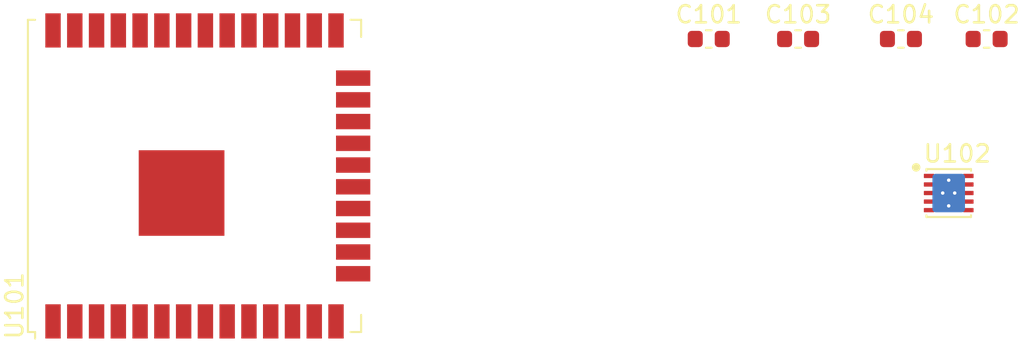
<source format=kicad_pcb>
(kicad_pcb (version 20171130) (host pcbnew "(5.1.4)-1")

  (general
    (thickness 1.6)
    (drawings 0)
    (tracks 0)
    (zones 0)
    (modules 6)
    (nets 44)
  )

  (page A4)
  (layers
    (0 F.Cu signal)
    (31 B.Cu signal)
    (32 B.Adhes user)
    (33 F.Adhes user)
    (34 B.Paste user)
    (35 F.Paste user)
    (36 B.SilkS user)
    (37 F.SilkS user)
    (38 B.Mask user)
    (39 F.Mask user)
    (40 Dwgs.User user)
    (41 Cmts.User user)
    (42 Eco1.User user)
    (43 Eco2.User user)
    (44 Edge.Cuts user)
    (45 Margin user)
    (46 B.CrtYd user)
    (47 F.CrtYd user)
    (48 B.Fab user)
    (49 F.Fab user)
  )

  (setup
    (last_trace_width 0.25)
    (trace_clearance 0.2)
    (zone_clearance 0.508)
    (zone_45_only no)
    (trace_min 0.2)
    (via_size 0.8)
    (via_drill 0.4)
    (via_min_size 0.4)
    (via_min_drill 0.3)
    (uvia_size 0.3)
    (uvia_drill 0.1)
    (uvias_allowed no)
    (uvia_min_size 0.2)
    (uvia_min_drill 0.1)
    (edge_width 0.05)
    (segment_width 0.2)
    (pcb_text_width 0.3)
    (pcb_text_size 1.5 1.5)
    (mod_edge_width 0.12)
    (mod_text_size 1 1)
    (mod_text_width 0.15)
    (pad_size 1.524 1.524)
    (pad_drill 0.762)
    (pad_to_mask_clearance 0.051)
    (solder_mask_min_width 0.25)
    (aux_axis_origin 0 0)
    (visible_elements 7FFFF7FF)
    (pcbplotparams
      (layerselection 0x010fc_ffffffff)
      (usegerberextensions false)
      (usegerberattributes false)
      (usegerberadvancedattributes false)
      (creategerberjobfile false)
      (excludeedgelayer true)
      (linewidth 0.100000)
      (plotframeref false)
      (viasonmask false)
      (mode 1)
      (useauxorigin false)
      (hpglpennumber 1)
      (hpglpenspeed 20)
      (hpglpendiameter 15.000000)
      (psnegative false)
      (psa4output false)
      (plotreference true)
      (plotvalue true)
      (plotinvisibletext false)
      (padsonsilk false)
      (subtractmaskfromsilk false)
      (outputformat 1)
      (mirror false)
      (drillshape 1)
      (scaleselection 1)
      (outputdirectory ""))
  )

  (net 0 "")
  (net 1 "Net-(U101-Pad1)")
  (net 2 "Net-(U101-Pad2)")
  (net 3 "Net-(U101-Pad3)")
  (net 4 "Net-(U101-Pad4)")
  (net 5 "Net-(U101-Pad5)")
  (net 6 "Net-(U101-Pad6)")
  (net 7 "Net-(U101-Pad7)")
  (net 8 "Net-(U101-Pad8)")
  (net 9 "Net-(U101-Pad9)")
  (net 10 "Net-(U101-Pad10)")
  (net 11 "Net-(U101-Pad11)")
  (net 12 "Net-(U101-Pad12)")
  (net 13 "Net-(U101-Pad13)")
  (net 14 "Net-(U101-Pad14)")
  (net 15 "Net-(U101-Pad16)")
  (net 16 "Net-(U101-Pad17)")
  (net 17 "Net-(U101-Pad18)")
  (net 18 "Net-(U101-Pad19)")
  (net 19 "Net-(U101-Pad20)")
  (net 20 "Net-(U101-Pad21)")
  (net 21 "Net-(U101-Pad22)")
  (net 22 "Net-(U101-Pad23)")
  (net 23 "Net-(U101-Pad24)")
  (net 24 "Net-(U101-Pad25)")
  (net 25 "Net-(U101-Pad26)")
  (net 26 "Net-(U101-Pad27)")
  (net 27 "Net-(U101-Pad28)")
  (net 28 "Net-(U101-Pad29)")
  (net 29 "Net-(U101-Pad30)")
  (net 30 "Net-(U101-Pad31)")
  (net 31 "Net-(U101-Pad32)")
  (net 32 "Net-(U101-Pad33)")
  (net 33 "Net-(U101-Pad34)")
  (net 34 "Net-(U101-Pad35)")
  (net 35 "Net-(U101-Pad36)")
  (net 36 "Net-(U101-Pad37)")
  (net 37 "Net-(U102-Pad11)")
  (net 38 "Net-(C101-Pad1)")
  (net 39 GND)
  (net 40 "Net-(C102-Pad1)")
  (net 41 "Net-(C103-Pad1)")
  (net 42 "Net-(L101-Pad1)")
  (net 43 "Net-(L101-Pad2)")

  (net_class Default "Dies ist die voreingestellte Netzklasse."
    (clearance 0.2)
    (trace_width 0.25)
    (via_dia 0.8)
    (via_drill 0.4)
    (uvia_dia 0.3)
    (uvia_drill 0.1)
    (add_net GND)
    (add_net "Net-(C101-Pad1)")
    (add_net "Net-(C102-Pad1)")
    (add_net "Net-(C103-Pad1)")
    (add_net "Net-(L101-Pad1)")
    (add_net "Net-(L101-Pad2)")
    (add_net "Net-(U101-Pad1)")
    (add_net "Net-(U101-Pad10)")
    (add_net "Net-(U101-Pad11)")
    (add_net "Net-(U101-Pad12)")
    (add_net "Net-(U101-Pad13)")
    (add_net "Net-(U101-Pad14)")
    (add_net "Net-(U101-Pad16)")
    (add_net "Net-(U101-Pad17)")
    (add_net "Net-(U101-Pad18)")
    (add_net "Net-(U101-Pad19)")
    (add_net "Net-(U101-Pad2)")
    (add_net "Net-(U101-Pad20)")
    (add_net "Net-(U101-Pad21)")
    (add_net "Net-(U101-Pad22)")
    (add_net "Net-(U101-Pad23)")
    (add_net "Net-(U101-Pad24)")
    (add_net "Net-(U101-Pad25)")
    (add_net "Net-(U101-Pad26)")
    (add_net "Net-(U101-Pad27)")
    (add_net "Net-(U101-Pad28)")
    (add_net "Net-(U101-Pad29)")
    (add_net "Net-(U101-Pad3)")
    (add_net "Net-(U101-Pad30)")
    (add_net "Net-(U101-Pad31)")
    (add_net "Net-(U101-Pad32)")
    (add_net "Net-(U101-Pad33)")
    (add_net "Net-(U101-Pad34)")
    (add_net "Net-(U101-Pad35)")
    (add_net "Net-(U101-Pad36)")
    (add_net "Net-(U101-Pad37)")
    (add_net "Net-(U101-Pad4)")
    (add_net "Net-(U101-Pad5)")
    (add_net "Net-(U101-Pad6)")
    (add_net "Net-(U101-Pad7)")
    (add_net "Net-(U101-Pad8)")
    (add_net "Net-(U101-Pad9)")
    (add_net "Net-(U102-Pad11)")
  )

  (module RF_Module:ESP32-WROOM-32U (layer F.Cu) (tedit 5B5B4734) (tstamp 5DC1A410)
    (at 139 85 90)
    (descr "Single 2.4 GHz Wi-Fi and Bluetooth combo chip with U.FL connector, https://www.espressif.com/sites/default/files/documentation/esp32-wroom-32d_esp32-wroom-32u_datasheet_en.pdf")
    (tags "Single 2.4 GHz Wi-Fi and Bluetooth combo  chip")
    (path /5DBCAAC3)
    (attr smd)
    (fp_text reference U101 (at -7.58 -10.5 270) (layer F.SilkS)
      (effects (font (size 1 1) (thickness 0.15)))
    )
    (fp_text value ESP32-WROOM-32U (at 0 11.5 90) (layer F.Fab)
      (effects (font (size 1 1) (thickness 0.15)))
    )
    (fp_text user %R (at 0 0 90) (layer F.Fab)
      (effects (font (size 1 1) (thickness 0.15)))
    )
    (fp_line (start 9 9.6) (end 9 -9.6) (layer F.Fab) (width 0.1))
    (fp_line (start -9 9.6) (end 9 9.6) (layer F.Fab) (width 0.1))
    (fp_line (start -9 -9.6) (end -9 -9) (layer F.Fab) (width 0.1))
    (fp_line (start -9 -9.6) (end 9 -9.6) (layer F.Fab) (width 0.1))
    (fp_line (start -9.75 10.5) (end -9.75 -9.85) (layer F.CrtYd) (width 0.05))
    (fp_line (start -9.75 10.5) (end 9.75 10.5) (layer F.CrtYd) (width 0.05))
    (fp_line (start 9.75 -9.85) (end 9.75 10.5) (layer F.CrtYd) (width 0.05))
    (fp_line (start -9 -8) (end -9 9.6) (layer F.Fab) (width 0.1))
    (fp_line (start -8.5 -8.5) (end -9 -9) (layer F.Fab) (width 0.1))
    (fp_line (start -9 -8) (end -8.5 -8.5) (layer F.Fab) (width 0.1))
    (fp_line (start 9.75 -9.85) (end -9.75 -9.85) (layer F.CrtYd) (width 0.05))
    (fp_line (start -9.12 9.1) (end -9.12 9.72) (layer F.SilkS) (width 0.12))
    (fp_line (start -9.12 9.72) (end -8.12 9.72) (layer F.SilkS) (width 0.12))
    (fp_line (start 9.12 9.1) (end 9.12 9.72) (layer F.SilkS) (width 0.12))
    (fp_line (start 9.12 9.72) (end 8.12 9.72) (layer F.SilkS) (width 0.12))
    (fp_line (start -9.12 -9.72) (end 9.12 -9.72) (layer F.SilkS) (width 0.12))
    (fp_line (start 9.12 -9.72) (end 9.12 -9.3) (layer F.SilkS) (width 0.12))
    (fp_line (start -9.12 -9.72) (end -9.12 -9.3) (layer F.SilkS) (width 0.12))
    (fp_line (start -9.12 -9.3) (end -9.5 -9.3) (layer F.SilkS) (width 0.12))
    (pad 39 smd rect (at -1 -0.755 90) (size 5 5) (layers F.Cu F.Paste F.Mask))
    (pad 1 smd rect (at -8.5 -8.255 90) (size 2 0.9) (layers F.Cu F.Paste F.Mask)
      (net 1 "Net-(U101-Pad1)"))
    (pad 2 smd rect (at -8.5 -6.985 90) (size 2 0.9) (layers F.Cu F.Paste F.Mask)
      (net 2 "Net-(U101-Pad2)"))
    (pad 3 smd rect (at -8.5 -5.715 90) (size 2 0.9) (layers F.Cu F.Paste F.Mask)
      (net 3 "Net-(U101-Pad3)"))
    (pad 4 smd rect (at -8.5 -4.445 90) (size 2 0.9) (layers F.Cu F.Paste F.Mask)
      (net 4 "Net-(U101-Pad4)"))
    (pad 5 smd rect (at -8.5 -3.175 90) (size 2 0.9) (layers F.Cu F.Paste F.Mask)
      (net 5 "Net-(U101-Pad5)"))
    (pad 6 smd rect (at -8.5 -1.905 90) (size 2 0.9) (layers F.Cu F.Paste F.Mask)
      (net 6 "Net-(U101-Pad6)"))
    (pad 7 smd rect (at -8.5 -0.635 90) (size 2 0.9) (layers F.Cu F.Paste F.Mask)
      (net 7 "Net-(U101-Pad7)"))
    (pad 8 smd rect (at -8.5 0.635 90) (size 2 0.9) (layers F.Cu F.Paste F.Mask)
      (net 8 "Net-(U101-Pad8)"))
    (pad 9 smd rect (at -8.5 1.905 90) (size 2 0.9) (layers F.Cu F.Paste F.Mask)
      (net 9 "Net-(U101-Pad9)"))
    (pad 10 smd rect (at -8.5 3.175 90) (size 2 0.9) (layers F.Cu F.Paste F.Mask)
      (net 10 "Net-(U101-Pad10)"))
    (pad 11 smd rect (at -8.5 4.445 90) (size 2 0.9) (layers F.Cu F.Paste F.Mask)
      (net 11 "Net-(U101-Pad11)"))
    (pad 12 smd rect (at -8.5 5.715 90) (size 2 0.9) (layers F.Cu F.Paste F.Mask)
      (net 12 "Net-(U101-Pad12)"))
    (pad 13 smd rect (at -8.5 6.985 90) (size 2 0.9) (layers F.Cu F.Paste F.Mask)
      (net 13 "Net-(U101-Pad13)"))
    (pad 14 smd rect (at -8.5 8.255 90) (size 2 0.9) (layers F.Cu F.Paste F.Mask)
      (net 14 "Net-(U101-Pad14)"))
    (pad 15 smd rect (at -5.715 9.255) (size 2 0.9) (layers F.Cu F.Paste F.Mask)
      (net 1 "Net-(U101-Pad1)"))
    (pad 16 smd rect (at -4.445 9.255 180) (size 2 0.9) (layers F.Cu F.Paste F.Mask)
      (net 15 "Net-(U101-Pad16)"))
    (pad 17 smd rect (at -3.175 9.255 180) (size 2 0.9) (layers F.Cu F.Paste F.Mask)
      (net 16 "Net-(U101-Pad17)"))
    (pad 18 smd rect (at -1.905 9.255 180) (size 2 0.9) (layers F.Cu F.Paste F.Mask)
      (net 17 "Net-(U101-Pad18)"))
    (pad 19 smd rect (at -0.635 9.255 180) (size 2 0.9) (layers F.Cu F.Paste F.Mask)
      (net 18 "Net-(U101-Pad19)"))
    (pad 20 smd rect (at 0.635 9.255 180) (size 2 0.9) (layers F.Cu F.Paste F.Mask)
      (net 19 "Net-(U101-Pad20)"))
    (pad 21 smd rect (at 1.905 9.255 180) (size 2 0.9) (layers F.Cu F.Paste F.Mask)
      (net 20 "Net-(U101-Pad21)"))
    (pad 22 smd rect (at 3.175 9.255 180) (size 2 0.9) (layers F.Cu F.Paste F.Mask)
      (net 21 "Net-(U101-Pad22)"))
    (pad 23 smd rect (at 4.445 9.255 180) (size 2 0.9) (layers F.Cu F.Paste F.Mask)
      (net 22 "Net-(U101-Pad23)"))
    (pad 24 smd rect (at 5.715 9.255 180) (size 2 0.9) (layers F.Cu F.Paste F.Mask)
      (net 23 "Net-(U101-Pad24)"))
    (pad 25 smd rect (at 8.5 8.255 90) (size 2 0.9) (layers F.Cu F.Paste F.Mask)
      (net 24 "Net-(U101-Pad25)"))
    (pad 26 smd rect (at 8.5 6.985 90) (size 2 0.9) (layers F.Cu F.Paste F.Mask)
      (net 25 "Net-(U101-Pad26)"))
    (pad 27 smd rect (at 8.5 5.715 90) (size 2 0.9) (layers F.Cu F.Paste F.Mask)
      (net 26 "Net-(U101-Pad27)"))
    (pad 28 smd rect (at 8.5 4.445 90) (size 2 0.9) (layers F.Cu F.Paste F.Mask)
      (net 27 "Net-(U101-Pad28)"))
    (pad 29 smd rect (at 8.5 3.175 90) (size 2 0.9) (layers F.Cu F.Paste F.Mask)
      (net 28 "Net-(U101-Pad29)"))
    (pad 30 smd rect (at 8.5 1.905 90) (size 2 0.9) (layers F.Cu F.Paste F.Mask)
      (net 29 "Net-(U101-Pad30)"))
    (pad 31 smd rect (at 8.5 0.635 90) (size 2 0.9) (layers F.Cu F.Paste F.Mask)
      (net 30 "Net-(U101-Pad31)"))
    (pad 32 smd rect (at 8.5 -0.635 90) (size 2 0.9) (layers F.Cu F.Paste F.Mask)
      (net 31 "Net-(U101-Pad32)"))
    (pad 33 smd rect (at 8.5 -1.905 90) (size 2 0.9) (layers F.Cu F.Paste F.Mask)
      (net 32 "Net-(U101-Pad33)"))
    (pad 34 smd rect (at 8.5 -3.175 90) (size 2 0.9) (layers F.Cu F.Paste F.Mask)
      (net 33 "Net-(U101-Pad34)"))
    (pad 35 smd rect (at 8.5 -4.445 90) (size 2 0.9) (layers F.Cu F.Paste F.Mask)
      (net 34 "Net-(U101-Pad35)"))
    (pad 36 smd rect (at 8.5 -5.715 90) (size 2 0.9) (layers F.Cu F.Paste F.Mask)
      (net 35 "Net-(U101-Pad36)"))
    (pad 37 smd rect (at 8.5 -6.985 90) (size 2 0.9) (layers F.Cu F.Paste F.Mask)
      (net 36 "Net-(U101-Pad37)"))
    (pad 38 smd rect (at 8.5 -8.255 90) (size 2 0.9) (layers F.Cu F.Paste F.Mask)
      (net 1 "Net-(U101-Pad1)"))
    (model ${KISYS3DMOD}/RF_Module.3dshapes/ESP32-WROOM-32U.wrl
      (at (xyz 0 0 0))
      (scale (xyz 1 1 1))
      (rotate (xyz 0 0 0))
    )
  )

  (module Pavel_privat:Texas_TPS6303x_ThermalVias (layer F.Cu) (tedit 5DBD985D) (tstamp 5DC1A716)
    (at 183 86)
    (descr "Texas TPS6303x, VSON10 2-5x2-5mm Body, 0.5mm Pitch,  http://www.ti.com/lit/ds/symlink/tps63030.pdf")
    (tags "Texas VSON10 2-5x2-5mm")
    (path /5DBD9170)
    (attr smd)
    (fp_text reference U102 (at 0.5 -2.3) (layer F.SilkS)
      (effects (font (size 1 1) (thickness 0.15)))
    )
    (fp_text value TPS63031 (at 0.02032 2.8) (layer F.Fab)
      (effects (font (size 1 1) (thickness 0.15)))
    )
    (fp_text user %R (at 0 0.1) (layer F.Fab)
      (effects (font (size 0.6 0.6) (thickness 0.1)))
    )
    (fp_line (start -0.6 -1.3) (end 1.3 -1.3) (layer F.Fab) (width 0.1))
    (fp_line (start 1.3 -1.3) (end 1.3 1.3) (layer F.Fab) (width 0.1))
    (fp_line (start -1.3 -0.6) (end -1.3 1.3) (layer F.Fab) (width 0.1))
    (fp_line (start -1.3 1.3) (end 1.3 1.3) (layer F.Fab) (width 0.1))
    (fp_line (start -1.6 -1.4) (end 1.6 -1.4) (layer F.CrtYd) (width 0.05))
    (fp_line (start 1.6 -1.4) (end 1.6 1.4) (layer F.CrtYd) (width 0.05))
    (fp_line (start -1.6 -1.4) (end -1.6 1.4) (layer F.CrtYd) (width 0.05))
    (fp_line (start -1.6 1.4) (end 1.6 1.4) (layer F.CrtYd) (width 0.05))
    (fp_line (start -1.3 -0.6) (end -0.6 -1.3) (layer F.Fab) (width 0.1))
    (fp_line (start -1.3 1.4) (end 1.3 1.4) (layer F.SilkS) (width 0.12))
    (fp_line (start -1.3 -1.4) (end 1.3 -1.4) (layer F.SilkS) (width 0.12))
    (fp_line (start -1.3 1.4) (end -1.3 1.3) (layer F.SilkS) (width 0.12))
    (fp_line (start 1.3 1.4) (end 1.3 1.3) (layer F.SilkS) (width 0.12))
    (fp_line (start -1.3 -1.3) (end -1.3 -1.4) (layer F.SilkS) (width 0.12))
    (fp_line (start 1.3 -1.3) (end 1.3 -1.4) (layer F.SilkS) (width 0.12))
    (pad "" smd roundrect (at 0 0.63) (size 1.5 1.06) (layers F.Paste) (roundrect_rratio 0.1)
      (zone_connect 0))
    (pad "" smd roundrect (at 0 -0.63) (size 1.5 1.06) (layers F.Paste) (roundrect_rratio 0.1)
      (zone_connect 0))
    (pad 11 thru_hole circle (at 0 -0.75) (size 0.4 0.4) (drill 0.2) (layers *.Cu *.Mask)
      (net 37 "Net-(U102-Pad11)"))
    (pad 11 thru_hole circle (at 0.35 0) (size 0.4 0.4) (drill 0.2) (layers *.Cu *.Mask)
      (net 37 "Net-(U102-Pad11)"))
    (pad 11 thru_hole circle (at -0.35 0) (size 0.4 0.4) (drill 0.2) (layers *.Cu *.Mask)
      (net 37 "Net-(U102-Pad11)"))
    (pad 11 thru_hole circle (at 0 0.75) (size 0.4 0.4) (drill 0.2) (layers *.Cu *.Mask)
      (net 37 "Net-(U102-Pad11)"))
    (pad 11 smd roundrect (at 0 0) (size 1.2 2) (layers F.Cu F.Mask) (roundrect_rratio 0.1)
      (net 37 "Net-(U102-Pad11)"))
    (pad 1 smd roundrect (at -1.15 -1) (size 0.6 0.25) (layers F.Cu F.Paste F.Mask) (roundrect_rratio 0.1)
      (net 41 "Net-(C103-Pad1)"))
    (pad 2 smd roundrect (at -1.15 -0.5) (size 0.6 0.25) (layers F.Cu F.Paste F.Mask) (roundrect_rratio 0.1)
      (net 42 "Net-(L101-Pad1)"))
    (pad 3 smd roundrect (at -1.15 0) (size 0.6 0.25) (layers F.Cu F.Paste F.Mask) (roundrect_rratio 0.1)
      (net 37 "Net-(U102-Pad11)"))
    (pad 4 smd roundrect (at -1.15 0.5) (size 0.6 0.25) (layers F.Cu F.Paste F.Mask) (roundrect_rratio 0.1)
      (net 43 "Net-(L101-Pad2)"))
    (pad 5 smd roundrect (at -1.15 1) (size 0.6 0.25) (layers F.Cu F.Paste F.Mask) (roundrect_rratio 0.1)
      (net 38 "Net-(C101-Pad1)"))
    (pad 6 smd roundrect (at 1.15 1) (size 0.6 0.25) (layers F.Cu F.Paste F.Mask) (roundrect_rratio 0.1)
      (net 40 "Net-(C102-Pad1)"))
    (pad 7 smd roundrect (at 1.15 0.5) (size 0.6 0.25) (layers F.Cu F.Paste F.Mask) (roundrect_rratio 0.1)
      (net 40 "Net-(C102-Pad1)"))
    (pad 8 smd roundrect (at 1.15 0) (size 0.6 0.25) (layers F.Cu F.Paste F.Mask) (roundrect_rratio 0.1)
      (net 40 "Net-(C102-Pad1)"))
    (pad 9 smd roundrect (at 1.15 -0.5) (size 0.6 0.25) (layers F.Cu F.Paste F.Mask) (roundrect_rratio 0.1)
      (net 39 GND))
    (pad 10 smd roundrect (at 1.15 -1) (size 0.6 0.25) (layers F.Cu F.Paste F.Mask) (roundrect_rratio 0.1)
      (net 41 "Net-(C103-Pad1)"))
    (pad 11 smd roundrect (at 0 0) (size 1.9 2.25) (layers B.Cu) (roundrect_rratio 0.1)
      (net 37 "Net-(U102-Pad11)"))
    (pad 12 smd circle (at -1.9 -1.5) (size 0.5 0.5) (layers F.SilkS))
    (model "C:/Users/pavel/OneDrive/OTH Regensburg/Semester 1/Projektarbeit/Systemintegration E-Ink Display/Türschild_Boarddesign/Open CASCADE STEP translator 6.8 1.wrl"
      (at (xyz 0 0 0))
      (scale (xyz 1 1 1))
      (rotate (xyz 0 0 0))
    )
  )

  (module Capacitor_SMD:C_0603_1608Metric (layer F.Cu) (tedit 5B301BBE) (tstamp 5DC1A989)
    (at 169 77)
    (descr "Capacitor SMD 0603 (1608 Metric), square (rectangular) end terminal, IPC_7351 nominal, (Body size source: http://www.tortai-tech.com/upload/download/2011102023233369053.pdf), generated with kicad-footprint-generator")
    (tags capacitor)
    (path /5DBDDA2A)
    (attr smd)
    (fp_text reference C101 (at 0 -1.43) (layer F.SilkS)
      (effects (font (size 1 1) (thickness 0.15)))
    )
    (fp_text value 10uF (at 0 1.43) (layer F.Fab)
      (effects (font (size 1 1) (thickness 0.15)))
    )
    (fp_line (start -0.8 0.4) (end -0.8 -0.4) (layer F.Fab) (width 0.1))
    (fp_line (start -0.8 -0.4) (end 0.8 -0.4) (layer F.Fab) (width 0.1))
    (fp_line (start 0.8 -0.4) (end 0.8 0.4) (layer F.Fab) (width 0.1))
    (fp_line (start 0.8 0.4) (end -0.8 0.4) (layer F.Fab) (width 0.1))
    (fp_line (start -0.162779 -0.51) (end 0.162779 -0.51) (layer F.SilkS) (width 0.12))
    (fp_line (start -0.162779 0.51) (end 0.162779 0.51) (layer F.SilkS) (width 0.12))
    (fp_line (start -1.48 0.73) (end -1.48 -0.73) (layer F.CrtYd) (width 0.05))
    (fp_line (start -1.48 -0.73) (end 1.48 -0.73) (layer F.CrtYd) (width 0.05))
    (fp_line (start 1.48 -0.73) (end 1.48 0.73) (layer F.CrtYd) (width 0.05))
    (fp_line (start 1.48 0.73) (end -1.48 0.73) (layer F.CrtYd) (width 0.05))
    (fp_text user %R (at 0 0) (layer F.Fab)
      (effects (font (size 0.4 0.4) (thickness 0.06)))
    )
    (pad 1 smd roundrect (at -0.7875 0) (size 0.875 0.95) (layers F.Cu F.Paste F.Mask) (roundrect_rratio 0.25)
      (net 38 "Net-(C101-Pad1)"))
    (pad 2 smd roundrect (at 0.7875 0) (size 0.875 0.95) (layers F.Cu F.Paste F.Mask) (roundrect_rratio 0.25)
      (net 39 GND))
    (model ${KISYS3DMOD}/Capacitor_SMD.3dshapes/C_0603_1608Metric.wrl
      (at (xyz 0 0 0))
      (scale (xyz 1 1 1))
      (rotate (xyz 0 0 0))
    )
  )

  (module Capacitor_SMD:C_0603_1608Metric (layer F.Cu) (tedit 5B301BBE) (tstamp 5DC1A99A)
    (at 185.2125 77)
    (descr "Capacitor SMD 0603 (1608 Metric), square (rectangular) end terminal, IPC_7351 nominal, (Body size source: http://www.tortai-tech.com/upload/download/2011102023233369053.pdf), generated with kicad-footprint-generator")
    (tags capacitor)
    (path /5DBDCA20)
    (attr smd)
    (fp_text reference C102 (at 0 -1.43) (layer F.SilkS)
      (effects (font (size 1 1) (thickness 0.15)))
    )
    (fp_text value 0,1uF (at 0 1.43) (layer F.Fab)
      (effects (font (size 1 1) (thickness 0.15)))
    )
    (fp_text user %R (at 0 0) (layer F.Fab)
      (effects (font (size 0.4 0.4) (thickness 0.06)))
    )
    (fp_line (start 1.48 0.73) (end -1.48 0.73) (layer F.CrtYd) (width 0.05))
    (fp_line (start 1.48 -0.73) (end 1.48 0.73) (layer F.CrtYd) (width 0.05))
    (fp_line (start -1.48 -0.73) (end 1.48 -0.73) (layer F.CrtYd) (width 0.05))
    (fp_line (start -1.48 0.73) (end -1.48 -0.73) (layer F.CrtYd) (width 0.05))
    (fp_line (start -0.162779 0.51) (end 0.162779 0.51) (layer F.SilkS) (width 0.12))
    (fp_line (start -0.162779 -0.51) (end 0.162779 -0.51) (layer F.SilkS) (width 0.12))
    (fp_line (start 0.8 0.4) (end -0.8 0.4) (layer F.Fab) (width 0.1))
    (fp_line (start 0.8 -0.4) (end 0.8 0.4) (layer F.Fab) (width 0.1))
    (fp_line (start -0.8 -0.4) (end 0.8 -0.4) (layer F.Fab) (width 0.1))
    (fp_line (start -0.8 0.4) (end -0.8 -0.4) (layer F.Fab) (width 0.1))
    (pad 2 smd roundrect (at 0.7875 0) (size 0.875 0.95) (layers F.Cu F.Paste F.Mask) (roundrect_rratio 0.25)
      (net 39 GND))
    (pad 1 smd roundrect (at -0.7875 0) (size 0.875 0.95) (layers F.Cu F.Paste F.Mask) (roundrect_rratio 0.25)
      (net 40 "Net-(C102-Pad1)"))
    (model ${KISYS3DMOD}/Capacitor_SMD.3dshapes/C_0603_1608Metric.wrl
      (at (xyz 0 0 0))
      (scale (xyz 1 1 1))
      (rotate (xyz 0 0 0))
    )
  )

  (module Capacitor_SMD:C_0603_1608Metric (layer F.Cu) (tedit 5B301BBE) (tstamp 5DC1A9AB)
    (at 174.2125 77)
    (descr "Capacitor SMD 0603 (1608 Metric), square (rectangular) end terminal, IPC_7351 nominal, (Body size source: http://www.tortai-tech.com/upload/download/2011102023233369053.pdf), generated with kicad-footprint-generator")
    (tags capacitor)
    (path /5DBDC0B3)
    (attr smd)
    (fp_text reference C103 (at 0 -1.43) (layer F.SilkS)
      (effects (font (size 1 1) (thickness 0.15)))
    )
    (fp_text value 10uF (at 0 1.43) (layer F.Fab)
      (effects (font (size 1 1) (thickness 0.15)))
    )
    (fp_line (start -0.8 0.4) (end -0.8 -0.4) (layer F.Fab) (width 0.1))
    (fp_line (start -0.8 -0.4) (end 0.8 -0.4) (layer F.Fab) (width 0.1))
    (fp_line (start 0.8 -0.4) (end 0.8 0.4) (layer F.Fab) (width 0.1))
    (fp_line (start 0.8 0.4) (end -0.8 0.4) (layer F.Fab) (width 0.1))
    (fp_line (start -0.162779 -0.51) (end 0.162779 -0.51) (layer F.SilkS) (width 0.12))
    (fp_line (start -0.162779 0.51) (end 0.162779 0.51) (layer F.SilkS) (width 0.12))
    (fp_line (start -1.48 0.73) (end -1.48 -0.73) (layer F.CrtYd) (width 0.05))
    (fp_line (start -1.48 -0.73) (end 1.48 -0.73) (layer F.CrtYd) (width 0.05))
    (fp_line (start 1.48 -0.73) (end 1.48 0.73) (layer F.CrtYd) (width 0.05))
    (fp_line (start 1.48 0.73) (end -1.48 0.73) (layer F.CrtYd) (width 0.05))
    (fp_text user %R (at 0 0) (layer F.Fab)
      (effects (font (size 0.4 0.4) (thickness 0.06)))
    )
    (pad 1 smd roundrect (at -0.7875 0) (size 0.875 0.95) (layers F.Cu F.Paste F.Mask) (roundrect_rratio 0.25)
      (net 41 "Net-(C103-Pad1)"))
    (pad 2 smd roundrect (at 0.7875 0) (size 0.875 0.95) (layers F.Cu F.Paste F.Mask) (roundrect_rratio 0.25)
      (net 39 GND))
    (model ${KISYS3DMOD}/Capacitor_SMD.3dshapes/C_0603_1608Metric.wrl
      (at (xyz 0 0 0))
      (scale (xyz 1 1 1))
      (rotate (xyz 0 0 0))
    )
  )

  (module Capacitor_SMD:C_0603_1608Metric (layer F.Cu) (tedit 5B301BBE) (tstamp 5DC1A9BC)
    (at 180.2125 77)
    (descr "Capacitor SMD 0603 (1608 Metric), square (rectangular) end terminal, IPC_7351 nominal, (Body size source: http://www.tortai-tech.com/upload/download/2011102023233369053.pdf), generated with kicad-footprint-generator")
    (tags capacitor)
    (path /5DBDEA46)
    (attr smd)
    (fp_text reference C104 (at 0 -1.43) (layer F.SilkS)
      (effects (font (size 1 1) (thickness 0.15)))
    )
    (fp_text value 10uF (at 0 1.43) (layer F.Fab)
      (effects (font (size 1 1) (thickness 0.15)))
    )
    (fp_text user %R (at 0 0) (layer F.Fab)
      (effects (font (size 0.4 0.4) (thickness 0.06)))
    )
    (fp_line (start 1.48 0.73) (end -1.48 0.73) (layer F.CrtYd) (width 0.05))
    (fp_line (start 1.48 -0.73) (end 1.48 0.73) (layer F.CrtYd) (width 0.05))
    (fp_line (start -1.48 -0.73) (end 1.48 -0.73) (layer F.CrtYd) (width 0.05))
    (fp_line (start -1.48 0.73) (end -1.48 -0.73) (layer F.CrtYd) (width 0.05))
    (fp_line (start -0.162779 0.51) (end 0.162779 0.51) (layer F.SilkS) (width 0.12))
    (fp_line (start -0.162779 -0.51) (end 0.162779 -0.51) (layer F.SilkS) (width 0.12))
    (fp_line (start 0.8 0.4) (end -0.8 0.4) (layer F.Fab) (width 0.1))
    (fp_line (start 0.8 -0.4) (end 0.8 0.4) (layer F.Fab) (width 0.1))
    (fp_line (start -0.8 -0.4) (end 0.8 -0.4) (layer F.Fab) (width 0.1))
    (fp_line (start -0.8 0.4) (end -0.8 -0.4) (layer F.Fab) (width 0.1))
    (pad 2 smd roundrect (at 0.7875 0) (size 0.875 0.95) (layers F.Cu F.Paste F.Mask) (roundrect_rratio 0.25)
      (net 39 GND))
    (pad 1 smd roundrect (at -0.7875 0) (size 0.875 0.95) (layers F.Cu F.Paste F.Mask) (roundrect_rratio 0.25)
      (net 41 "Net-(C103-Pad1)"))
    (model ${KISYS3DMOD}/Capacitor_SMD.3dshapes/C_0603_1608Metric.wrl
      (at (xyz 0 0 0))
      (scale (xyz 1 1 1))
      (rotate (xyz 0 0 0))
    )
  )

)

</source>
